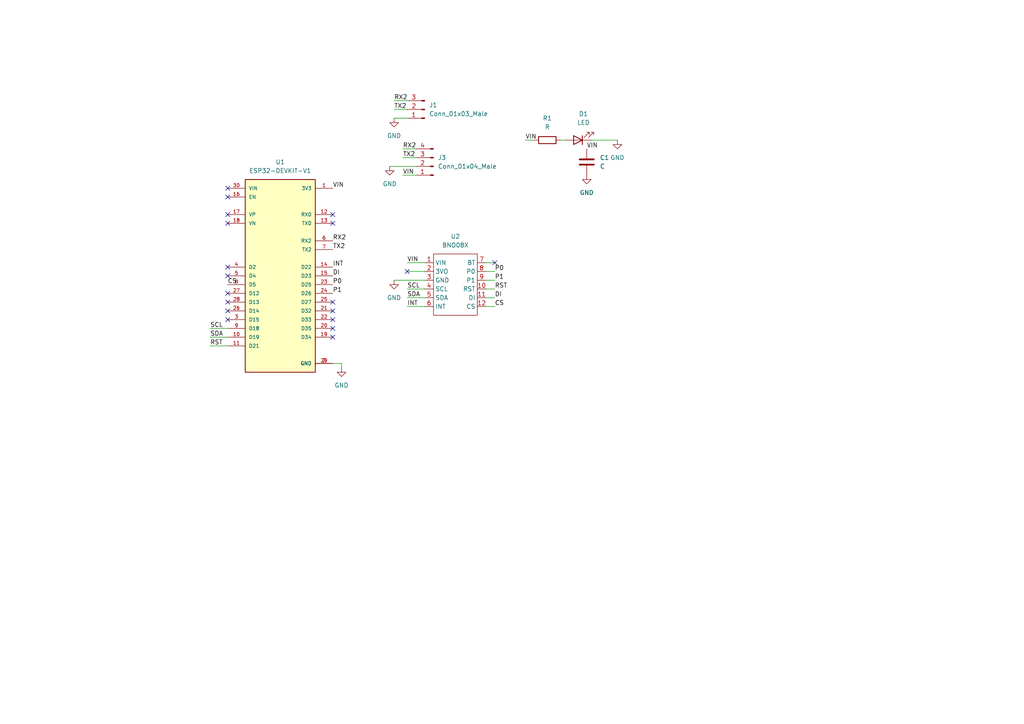
<source format=kicad_sch>
(kicad_sch (version 20211123) (generator eeschema)
  (paper "A4")
  (lib_symbols
    (symbol "BNO08X:BNO08X"
      (property "Reference" "U" (at 0 5.08 0))
      (property "Value" "BNO08X" (at 0 8.89 0))
      (symbol "BNO08X_0_1"
        (rectangle (start -6.35 7.62) (end 6.35 -10.16))
      )
      (symbol "BNO08X_1_1"
        (pin input line (at -8.89 5.08 0) (length 2.54) (name "VIN") (number "1"))
        (pin input line (at 8.89 -2.54 180) (length 2.54) (name "RST") (number "10"))
        (pin input line (at 8.89 -5.08 180) (length 2.54) (name "DI") (number "11"))
        (pin input line (at 8.89 -7.62 180) (length 2.54) (name "CS") (number "12"))
        (pin input line (at -8.89 2.54 0) (length 2.54) (name "3VO") (number "2"))
        (pin input line (at -8.89 0 0) (length 2.54) (name "GND") (number "3"))
        (pin input line (at -8.89 -2.54 0) (length 2.54) (name "SCL") (number "4"))
        (pin input line (at -8.89 -5.08 0) (length 2.54) (name "SDA") (number "5"))
        (pin input line (at -8.89 -7.62 0) (length 2.54) (name "INT") (number "6"))
        (pin input line (at 8.89 5.08 180) (length 2.54) (name "BT") (number "7"))
        (pin input line (at 8.89 2.54 180) (length 2.54) (name "P0") (number "8"))
        (pin input line (at 8.89 0 180) (length 2.54) (name "P1") (number "9"))
      )
    )
    (symbol "Connector:Conn_01x03_Male" (pin_names (offset 1.016) hide)
      (property "Reference" "J" (at 0 5.08 0))
      (property "Value" "Conn_01x03_Male" (at 0 -5.08 0))
      (symbol "Conn_01x03_Male_1_1"
        (polyline (pts (xy 1.27 -2.54) (xy 0.8636 -2.54)) (stroke (width 0.1524)))
        (polyline (pts (xy 1.27 0) (xy 0.8636 0)) (stroke (width 0.1524)))
        (polyline (pts (xy 1.27 2.54) (xy 0.8636 2.54)) (stroke (width 0.1524)))
        (rectangle (start 0.8636 -2.413) (end 0 -2.667) (stroke (width 0.1524)) (fill (type outline)))
        (rectangle (start 0.8636 0.127) (end 0 -0.127) (stroke (width 0.1524)) (fill (type outline)))
        (rectangle (start 0.8636 2.667) (end 0 2.413) (stroke (width 0.1524)) (fill (type outline)))
        (pin passive line (at 5.08 2.54 180) (length 3.81) (name "Pin_1") (number "1"))
        (pin passive line (at 5.08 0 180) (length 3.81) (name "Pin_2") (number "2"))
        (pin passive line (at 5.08 -2.54 180) (length 3.81) (name "Pin_3") (number "3"))
      )
    )
    (symbol "Connector:Conn_01x04_Male" (pin_names (offset 1.016) hide)
      (property "Reference" "J" (at 0 5.08 0))
      (property "Value" "Conn_01x04_Male" (at 0 -7.62 0))
      (symbol "Conn_01x04_Male_1_1"
        (polyline (pts (xy 1.27 -5.08) (xy 0.8636 -5.08)) (stroke (width 0.1524)))
        (polyline (pts (xy 1.27 -2.54) (xy 0.8636 -2.54)) (stroke (width 0.1524)))
        (polyline (pts (xy 1.27 0) (xy 0.8636 0)) (stroke (width 0.1524)))
        (polyline (pts (xy 1.27 2.54) (xy 0.8636 2.54)) (stroke (width 0.1524)))
        (rectangle (start 0.8636 -4.953) (end 0 -5.207) (stroke (width 0.1524)) (fill (type outline)))
        (rectangle (start 0.8636 -2.413) (end 0 -2.667) (stroke (width 0.1524)) (fill (type outline)))
        (rectangle (start 0.8636 0.127) (end 0 -0.127) (stroke (width 0.1524)) (fill (type outline)))
        (rectangle (start 0.8636 2.667) (end 0 2.413) (stroke (width 0.1524)) (fill (type outline)))
        (pin passive line (at 5.08 2.54 180) (length 3.81) (name "Pin_1") (number "1"))
        (pin passive line (at 5.08 0 180) (length 3.81) (name "Pin_2") (number "2"))
        (pin passive line (at 5.08 -2.54 180) (length 3.81) (name "Pin_3") (number "3"))
        (pin passive line (at 5.08 -5.08 180) (length 3.81) (name "Pin_4") (number "4"))
      )
    )
    (symbol "Device:C" (pin_numbers hide) (pin_names (offset 0.254))
      (property "Reference" "C" (at 0.635 2.54 0))
      (property "Value" "C" (at 0.635 -2.54 0))
      (symbol "C_0_1"
        (polyline (pts (xy -2.032 -0.762) (xy 2.032 -0.762)) (stroke (width 0.508)))
        (polyline (pts (xy -2.032 0.762) (xy 2.032 0.762)) (stroke (width 0.508)))
      )
      (symbol "C_1_1"
        (pin passive line (at 0 3.81 270) (length 2.794) (name "~") (number "1"))
        (pin passive line (at 0 -3.81 90) (length 2.794) (name "~") (number "2"))
      )
    )
    (symbol "Device:LED" (pin_numbers hide) (pin_names (offset 1.016) hide)
      (property "Reference" "D" (at 0 2.54 0))
      (property "Value" "LED" (at 0 -2.54 0))
      (symbol "LED_0_1"
        (polyline (pts (xy -1.27 -1.27) (xy -1.27 1.27)) (stroke (width 0.254)))
        (polyline (pts (xy -1.27 0) (xy 1.27 0)))
        (polyline (pts (xy 1.27 -1.27) (xy 1.27 1.27) (xy -1.27 0) (xy 1.27 -1.27)) (stroke (width 0.254)))
        (polyline (pts (xy -3.048 -0.762) (xy -4.572 -2.286) (xy -3.81 -2.286) (xy -4.572 -2.286) (xy -4.572 -1.524)))
        (polyline (pts (xy -1.778 -0.762) (xy -3.302 -2.286) (xy -2.54 -2.286) (xy -3.302 -2.286) (xy -3.302 -1.524)))
      )
      (symbol "LED_1_1"
        (pin passive line (at -3.81 0 0) (length 2.54) (name "K") (number "1"))
        (pin passive line (at 3.81 0 180) (length 2.54) (name "A") (number "2"))
      )
    )
    (symbol "Device:R" (pin_numbers hide) (pin_names (offset 0))
      (property "Reference" "R" (at 2.032 0 90))
      (property "Value" "R" (at 0 0 90))
      (symbol "R_0_1"
        (rectangle (start -1.016 -2.54) (end 1.016 2.54) (stroke (width 0.254)))
      )
      (symbol "R_1_1"
        (pin passive line (at 0 3.81 270) (length 1.27) (name "~") (number "1"))
        (pin passive line (at 0 -3.81 90) (length 1.27) (name "~") (number "2"))
      )
    )
    (symbol "ESP32-DEVKIT-V1:ESP32-DEVKIT-V1" (pin_names (offset 1.016))
      (property "Reference" "U" (at -10.16 30.48 0))
      (property "Value" "ESP32-DEVKIT-V1" (at -10.16 -30.48 0))
      (symbol "ESP32-DEVKIT-V1_0_0"
        (rectangle (start -10.16 -27.94) (end 10.16 27.94) (stroke (width 0.254)) (fill (type background)))
        (pin output line (at 15.24 25.4 180) (length 5.08) (name "3V3") (number "1"))
        (pin bidirectional line (at -15.24 -17.78 0) (length 5.08) (name "D19") (number "10"))
        (pin bidirectional line (at -15.24 -20.32 0) (length 5.08) (name "D21") (number "11"))
        (pin input line (at 15.24 17.78 180) (length 5.08) (name "RX0") (number "12"))
        (pin output line (at 15.24 15.24 180) (length 5.08) (name "TX0") (number "13"))
        (pin bidirectional line (at 15.24 2.54 180) (length 5.08) (name "D22") (number "14"))
        (pin bidirectional line (at 15.24 0 180) (length 5.08) (name "D23") (number "15"))
        (pin input line (at -15.24 22.86 0) (length 5.08) (name "EN") (number "16"))
        (pin bidirectional line (at -15.24 17.78 0) (length 5.08) (name "VP") (number "17"))
        (pin bidirectional line (at -15.24 15.24 0) (length 5.08) (name "VN") (number "18"))
        (pin bidirectional line (at 15.24 -17.78 180) (length 5.08) (name "D34") (number "19"))
        (pin power_in line (at 15.24 -25.4 180) (length 5.08) (name "GND") (number "2"))
        (pin bidirectional line (at 15.24 -15.24 180) (length 5.08) (name "D35") (number "20"))
        (pin bidirectional line (at 15.24 -10.16 180) (length 5.08) (name "D32") (number "21"))
        (pin bidirectional line (at 15.24 -12.7 180) (length 5.08) (name "D33") (number "22"))
        (pin bidirectional line (at 15.24 -2.54 180) (length 5.08) (name "D25") (number "23"))
        (pin bidirectional line (at 15.24 -5.08 180) (length 5.08) (name "D26") (number "24"))
        (pin bidirectional line (at 15.24 -7.62 180) (length 5.08) (name "D27") (number "25"))
        (pin bidirectional line (at -15.24 -10.16 0) (length 5.08) (name "D14") (number "26"))
        (pin bidirectional line (at -15.24 -5.08 0) (length 5.08) (name "D12") (number "27"))
        (pin bidirectional line (at -15.24 -7.62 0) (length 5.08) (name "D13") (number "28"))
        (pin power_in line (at 15.24 -25.4 180) (length 5.08) (name "GND") (number "29"))
        (pin bidirectional line (at -15.24 -12.7 0) (length 5.08) (name "D15") (number "3"))
        (pin input line (at -15.24 25.4 0) (length 5.08) (name "VIN") (number "30"))
        (pin bidirectional line (at -15.24 2.54 0) (length 5.08) (name "D2") (number "4"))
        (pin bidirectional line (at -15.24 0 0) (length 5.08) (name "D4") (number "5"))
        (pin input line (at 15.24 10.16 180) (length 5.08) (name "RX2") (number "6"))
        (pin output line (at 15.24 7.62 180) (length 5.08) (name "TX2") (number "7"))
        (pin bidirectional line (at -15.24 -2.54 0) (length 5.08) (name "D5") (number "8"))
        (pin bidirectional line (at -15.24 -15.24 0) (length 5.08) (name "D18") (number "9"))
      )
    )
    (symbol "power:GND" (power) (pin_names (offset 0))
      (property "Value" "GND" (at 0 -3.81 0))
      (symbol "GND_0_1"
        (polyline (pts (xy 0 0) (xy 0 -1.27) (xy 1.27 -1.27) (xy 0 -2.54) (xy -1.27 -1.27) (xy 0 -1.27)))
      )
      (symbol "GND_1_1"
        (pin power_in line (at 0 0 270) (length 0) hide (name "GND") (number "1"))
      )
    )
  )
  (no_connect (at 96.52 90.17))
  (no_connect (at 96.52 62.23))
  (no_connect (at 96.52 64.77))
  (no_connect (at 66.04 54.61))
  (no_connect (at 66.04 57.15))
  (no_connect (at 66.04 62.23))
  (no_connect (at 66.04 64.77))
  (no_connect (at 66.04 77.47))
  (no_connect (at 66.04 80.01))
  (no_connect (at 66.04 85.09))
  (no_connect (at 66.04 87.63))
  (no_connect (at 66.04 90.17))
  (no_connect (at 66.04 92.71))
  (no_connect (at 96.52 97.79))
  (no_connect (at 96.52 95.25))
  (no_connect (at 96.52 92.71))
  (no_connect (at 96.52 87.63))
  (no_connect (at 143.51 76.2))
  (no_connect (at 118.11 78.74))
  (wire (pts (xy 116.84 50.8) (xy 120.65 50.8)))
  (wire (pts (xy 114.3 34.29) (xy 118.11 34.29)))
  (wire (pts (xy 99.06 105.41) (xy 99.06 106.68)))
  (wire (pts (xy 143.51 86.36) (xy 140.97 86.36)))
  (wire (pts (xy 113.03 48.26) (xy 120.65 48.26)))
  (wire (pts (xy 143.51 78.74) (xy 140.97 78.74)))
  (wire (pts (xy 114.3 29.21) (xy 118.11 29.21)))
  (wire (pts (xy 60.96 100.33) (xy 66.04 100.33)))
  (wire (pts (xy 143.51 88.9) (xy 140.97 88.9)))
  (wire (pts (xy 118.11 78.74) (xy 123.19 78.74)))
  (wire (pts (xy 143.51 76.2) (xy 140.97 76.2)))
  (wire (pts (xy 118.11 76.2) (xy 123.19 76.2)))
  (wire (pts (xy 152.4 40.64) (xy 154.94 40.64)))
  (wire (pts (xy 118.11 88.9) (xy 123.19 88.9)))
  (wire (pts (xy 116.84 45.72) (xy 120.65 45.72)))
  (wire (pts (xy 60.96 97.79) (xy 66.04 97.79)))
  (wire (pts (xy 143.51 83.82) (xy 140.97 83.82)))
  (wire (pts (xy 162.56 40.64) (xy 163.83 40.64)))
  (wire (pts (xy 143.51 81.28) (xy 140.97 81.28)))
  (wire (pts (xy 96.52 105.41) (xy 99.06 105.41)))
  (wire (pts (xy 60.96 95.25) (xy 66.04 95.25)))
  (wire (pts (xy 118.11 86.36) (xy 123.19 86.36)))
  (wire (pts (xy 171.45 40.64) (xy 179.07 40.64)))
  (wire (pts (xy 118.11 83.82) (xy 123.19 83.82)))
  (wire (pts (xy 116.84 43.18) (xy 120.65 43.18)))
  (wire (pts (xy 114.3 31.75) (xy 118.11 31.75)))
  (wire (pts (xy 114.3 81.28) (xy 123.19 81.28)))
  (label "P1" (at 96.52 85.09 0))
  (label "VIN" (at 96.52 54.61 0))
  (label "RX2" (at 114.3 29.21 0))
  (label "INT" (at 118.11 88.9 0))
  (label "P1" (at 143.51 81.28 0))
  (label "CS" (at 66.04 82.55 0))
  (label "TX2" (at 116.84 45.72 0))
  (label "TX2" (at 96.52 72.39 0))
  (label "RX2" (at 96.52 69.85 0))
  (label "RX2" (at 116.84 43.18 0))
  (label "VIN" (at 118.11 76.2 0))
  (label "DI" (at 143.51 86.36 0))
  (label "SDA" (at 118.11 86.36 0))
  (label "SCL" (at 118.11 83.82 0))
  (label "P0" (at 143.51 78.74 0))
  (label "RST" (at 143.51 83.82 0))
  (label "VIN" (at 170.18 43.18 0))
  (label "VIN" (at 152.4 40.64 0))
  (label "SDA" (at 60.96 97.79 0))
  (label "DI" (at 96.52 80.01 0))
  (label "RST" (at 60.96 100.33 0))
  (label "SCL" (at 60.96 95.25 0))
  (label "INT" (at 96.52 77.47 0))
  (label "P0" (at 96.52 82.55 0))
  (label "CS" (at 143.51 88.9 0))
  (label "VIN" (at 116.84 50.8 0))
  (label "TX2" (at 114.3 31.75 0))
  (symbol (lib_id "Device:C") (at 170.18 46.99 0) (unit 1)
    (property "Reference" "C1" (at 173.99 45.7199 0) (effects (justify left)))
    (property "Value" "C" (at 173.99 48.2599 0) (effects (justify left)))
    (property "Footprint" "MY_LIB:Capacitor_Disc_Small" (effects hide))
  )
  (symbol (lib_id "power:GND") (at 179.07 40.64 0) (unit 1)
    (property "Reference" "#PWR0106" (effects hide))
    (property "Value" "GND" (at 179.07 45.72 0))
  )
  (symbol (lib_id "Device:LED") (at 167.64 40.64 180) (unit 1)
    (property "Reference" "D1" (at 169.2275 33.02 0))
    (property "Value" "LED" (at 169.2275 35.56 0))
    (property "Footprint" "MY_LIB:LED_D3.0mm" (effects hide))
  )
  (symbol (lib_id "power:GND") (at 113.03 48.26 0) (unit 1)
    (property "Reference" "#PWR0104" (effects hide))
    (property "Value" "GND" (at 113.03 53.34 0))
  )
  (symbol (lib_id "Device:R") (at 158.75 40.64 270) (unit 1)
    (property "Reference" "R1" (at 158.75 34.29 90))
    (property "Value" "R" (at 158.75 36.83 90))
    (property "Footprint" "MY_LIB:Resistor_small" (effects hide))
  )
  (symbol (lib_id "Connector:Conn_01x03_Male") (at 123.19 31.75 180) (unit 1)
    (property "Reference" "J1" (at 124.46 30.4799 0) (effects (justify right)))
    (property "Value" "Conn_01x03_Male" (at 124.46 33.0199 0) (effects (justify right)))
    (property "Footprint" "Connector_PinHeader_2.54mm:PinHeader_1x03_P2.54mm_Vertical" (effects hide))
  )
  (symbol (lib_id "power:GND") (at 114.3 81.28 0) (unit 1)
    (property "Reference" "#PWR0103" (effects hide))
    (property "Value" "GND" (at 114.3 86.36 0))
  )
  (symbol (lib_id "power:GND") (at 99.06 106.68 0) (unit 1)
    (property "Reference" "#PWR0101" (effects hide))
    (property "Value" "GND" (at 99.06 111.76 0))
  )
  (symbol (lib_id "BNO08X:BNO08X") (at 132.08 81.28 0) (unit 1)
    (property "Reference" "U2" (at 132.08 68.58 0))
    (property "Value" "BNO08X" (at 132.08 71.12 0))
    (property "Footprint" "IMU:BNO08X" (effects hide))
  )
  (symbol (lib_id "Connector:Conn_01x04_Male") (at 125.73 48.26 180) (unit 1)
    (property "Reference" "J3" (at 127 45.7199 0) (effects (justify right)))
    (property "Value" "Conn_01x04_Male" (at 127 48.2599 0) (effects (justify right)))
    (property "Footprint" "MY_LIB:jst_4" (effects hide))
  )
  (symbol (lib_id "power:GND") (at 170.18 50.8 0) (unit 1)
    (property "Reference" "#PWR0105" (effects hide))
    (property "Value" "GND" (at 170.18 55.88 0))
  )
  (symbol (lib_id "power:GND") (at 114.3 34.29 0) (unit 1)
    (property "Reference" "#PWR0102" (effects hide))
    (property "Value" "GND" (at 114.3 39.37 0))
  )
  (symbol (lib_id "ESP32-DEVKIT-V1:ESP32-DEVKIT-V1") (at 81.28 80.01 0) (unit 1)
    (property "Reference" "U1" (at 81.28 46.99 0))
    (property "Value" "ESP32-DEVKIT-V1" (at 81.28 49.53 0))
    (property "Footprint" "ESP32-DEVKIT-V1:MODULE_ESP32_DEVKIT_V1" (effects hide))
    (property "MF" "Do it" (effects hide))
    (property "MAXIMUM_PACKAGE_HEIGHT" "6.8 mm" (effects hide))
    (property "Package" "None" (effects hide))
    (property "Price" "None" (effects hide))
    (property "Check_prices" "https://www.snapeda.com/parts/ESP32-DEVKIT-V1/Do+it/view-part/?ref=eda" (effects hide))
    (property "STANDARD" "Manufacturer Recommendations" (effects hide))
    (property "PARTREV" "N/A" (effects hide))
    (property "SnapEDA_Link" "https://www.snapeda.com/parts/ESP32-DEVKIT-V1/Do+it/view-part/?ref=snap" (effects hide))
    (property "MP" "ESP32-DEVKIT-V1" (effects hide))
    (property "Description" "\nDual core, Wi-Fi: 2.4 GHz up to 150 Mbits/s,BLE (Bluetooth Low Energy) and legacy Bluetooth, 32 bits, Up to 240 MHz\n" (effects hide))
    (property "Availability" "Not in stock" (effects hide))
    (property "MANUFACTURER" "DOIT" (effects hide))
  )
)
</source>
